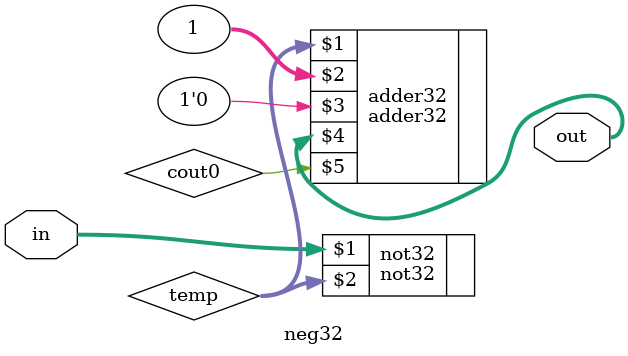
<source format=v>
`timescale 1ns/10ps

module neg32(
  input [31:0] in,
  output [31:0] out
);
  wire [31:0] temp;
  wire cout0;
 
  not32 not32(in,temp);
  adder32 adder32(temp,32'b1,1'b0,out,cout0);
  
  
endmodule
</source>
